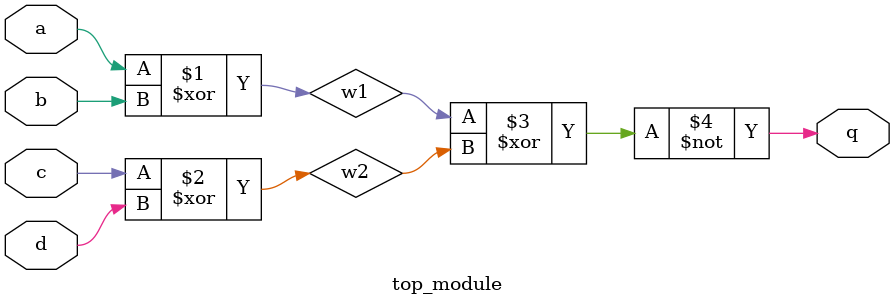
<source format=sv>
module top_module (
    input a, 
    input b, 
    input c, 
    input d,
    output q
);

wire w1, w2;

// Perform bitwise XOR operation on the inputs
assign w1 = a ^ b;
assign w2 = c ^ d;

// Perform bitwise XOR operation on the intermediate results
assign q = ~(w1 ^ w2);

endmodule

</source>
